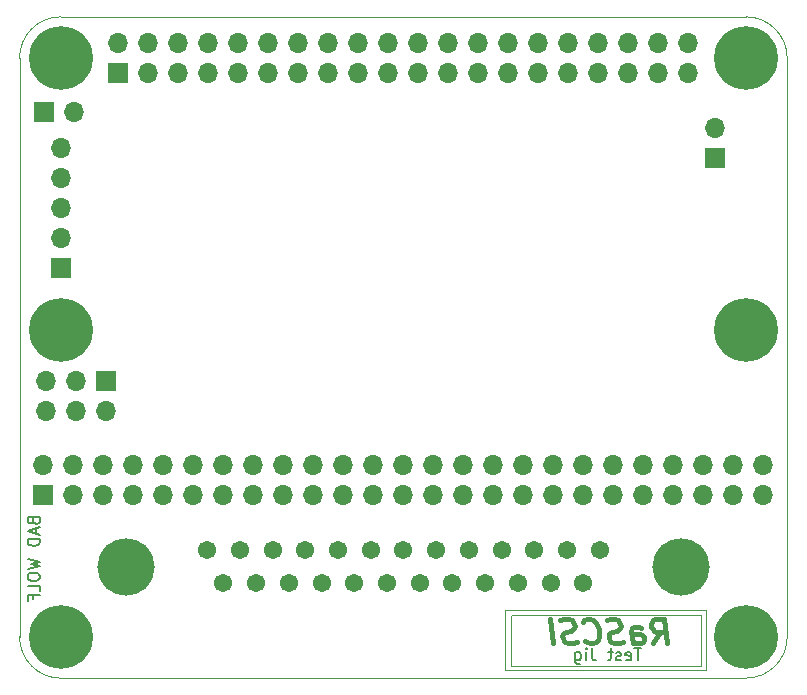
<source format=gbr>
%TF.GenerationSoftware,KiCad,Pcbnew,(5.1.9-16-g1737927814)-1*%
%TF.CreationDate,2021-07-29T14:55:12-05:00*%
%TF.ProjectId,rascsi_2p3,72617363-7369-45f3-9270-332e6b696361,rev?*%
%TF.SameCoordinates,PX59d60c0PY325aa00*%
%TF.FileFunction,Copper,L2,Bot*%
%TF.FilePolarity,Positive*%
%FSLAX46Y46*%
G04 Gerber Fmt 4.6, Leading zero omitted, Abs format (unit mm)*
G04 Created by KiCad (PCBNEW (5.1.9-16-g1737927814)-1) date 2021-07-29 14:55:12*
%MOMM*%
%LPD*%
G01*
G04 APERTURE LIST*
%TA.AperFunction,NonConductor*%
%ADD10C,0.150000*%
%TD*%
%TA.AperFunction,NonConductor*%
%ADD11C,0.400000*%
%TD*%
%TA.AperFunction,NonConductor*%
%ADD12C,0.120000*%
%TD*%
%TA.AperFunction,Profile*%
%ADD13C,0.050000*%
%TD*%
%TA.AperFunction,ComponentPad*%
%ADD14C,4.845000*%
%TD*%
%TA.AperFunction,ComponentPad*%
%ADD15C,1.545000*%
%TD*%
%TA.AperFunction,ComponentPad*%
%ADD16O,1.700000X1.700000*%
%TD*%
%TA.AperFunction,ComponentPad*%
%ADD17R,1.700000X1.700000*%
%TD*%
%TA.AperFunction,ComponentPad*%
%ADD18C,0.800000*%
%TD*%
%TA.AperFunction,ComponentPad*%
%ADD19C,5.400000*%
%TD*%
G04 APERTURE END LIST*
D10*
X132939142Y-43172380D02*
X132367714Y-43172380D01*
X132653428Y-44172380D02*
X132653428Y-43172380D01*
X131653428Y-44124761D02*
X131748666Y-44172380D01*
X131939142Y-44172380D01*
X132034380Y-44124761D01*
X132082000Y-44029523D01*
X132082000Y-43648571D01*
X132034380Y-43553333D01*
X131939142Y-43505714D01*
X131748666Y-43505714D01*
X131653428Y-43553333D01*
X131605809Y-43648571D01*
X131605809Y-43743809D01*
X132082000Y-43839047D01*
X131224857Y-44124761D02*
X131129619Y-44172380D01*
X130939142Y-44172380D01*
X130843904Y-44124761D01*
X130796285Y-44029523D01*
X130796285Y-43981904D01*
X130843904Y-43886666D01*
X130939142Y-43839047D01*
X131082000Y-43839047D01*
X131177238Y-43791428D01*
X131224857Y-43696190D01*
X131224857Y-43648571D01*
X131177238Y-43553333D01*
X131082000Y-43505714D01*
X130939142Y-43505714D01*
X130843904Y-43553333D01*
X130510571Y-43505714D02*
X130129619Y-43505714D01*
X130367714Y-43172380D02*
X130367714Y-44029523D01*
X130320095Y-44124761D01*
X130224857Y-44172380D01*
X130129619Y-44172380D01*
X128748666Y-43172380D02*
X128748666Y-43886666D01*
X128796285Y-44029523D01*
X128891523Y-44124761D01*
X129034380Y-44172380D01*
X129129619Y-44172380D01*
X128272476Y-44172380D02*
X128272476Y-43505714D01*
X128272476Y-43172380D02*
X128320095Y-43220000D01*
X128272476Y-43267619D01*
X128224857Y-43220000D01*
X128272476Y-43172380D01*
X128272476Y-43267619D01*
X127367714Y-43505714D02*
X127367714Y-44315238D01*
X127415333Y-44410476D01*
X127462952Y-44458095D01*
X127558190Y-44505714D01*
X127701047Y-44505714D01*
X127796285Y-44458095D01*
X127367714Y-44124761D02*
X127462952Y-44172380D01*
X127653428Y-44172380D01*
X127748666Y-44124761D01*
X127796285Y-44077142D01*
X127843904Y-43981904D01*
X127843904Y-43696190D01*
X127796285Y-43600952D01*
X127748666Y-43553333D01*
X127653428Y-43505714D01*
X127462952Y-43505714D01*
X127367714Y-43553333D01*
D11*
X133956761Y-42719761D02*
X134504380Y-41767380D01*
X135099619Y-42719761D02*
X134849619Y-40719761D01*
X134087714Y-40719761D01*
X133909142Y-40815000D01*
X133825809Y-40910238D01*
X133754380Y-41100714D01*
X133790095Y-41386428D01*
X133909142Y-41576904D01*
X134016285Y-41672142D01*
X134218666Y-41767380D01*
X134980571Y-41767380D01*
X132242476Y-42719761D02*
X132111523Y-41672142D01*
X132182952Y-41481666D01*
X132361523Y-41386428D01*
X132742476Y-41386428D01*
X132944857Y-41481666D01*
X132230571Y-42624523D02*
X132432952Y-42719761D01*
X132909142Y-42719761D01*
X133087714Y-42624523D01*
X133159142Y-42434047D01*
X133135333Y-42243571D01*
X133016285Y-42053095D01*
X132813904Y-41957857D01*
X132337714Y-41957857D01*
X132135333Y-41862619D01*
X131373428Y-42624523D02*
X131099619Y-42719761D01*
X130623428Y-42719761D01*
X130421047Y-42624523D01*
X130313904Y-42529285D01*
X130194857Y-42338809D01*
X130171047Y-42148333D01*
X130242476Y-41957857D01*
X130325809Y-41862619D01*
X130504380Y-41767380D01*
X130873428Y-41672142D01*
X131052000Y-41576904D01*
X131135333Y-41481666D01*
X131206761Y-41291190D01*
X131182952Y-41100714D01*
X131063904Y-40910238D01*
X130956761Y-40815000D01*
X130754380Y-40719761D01*
X130278190Y-40719761D01*
X130004380Y-40815000D01*
X128218666Y-42529285D02*
X128325809Y-42624523D01*
X128623428Y-42719761D01*
X128813904Y-42719761D01*
X129087714Y-42624523D01*
X129254380Y-42434047D01*
X129325809Y-42243571D01*
X129373428Y-41862619D01*
X129337714Y-41576904D01*
X129194857Y-41195952D01*
X129075809Y-41005476D01*
X128861523Y-40815000D01*
X128563904Y-40719761D01*
X128373428Y-40719761D01*
X128099619Y-40815000D01*
X128016285Y-40910238D01*
X127468666Y-42624523D02*
X127194857Y-42719761D01*
X126718666Y-42719761D01*
X126516285Y-42624523D01*
X126409142Y-42529285D01*
X126290095Y-42338809D01*
X126266285Y-42148333D01*
X126337714Y-41957857D01*
X126421047Y-41862619D01*
X126599619Y-41767380D01*
X126968666Y-41672142D01*
X127147238Y-41576904D01*
X127230571Y-41481666D01*
X127302000Y-41291190D01*
X127278190Y-41100714D01*
X127159142Y-40910238D01*
X127052000Y-40815000D01*
X126849619Y-40719761D01*
X126373428Y-40719761D01*
X126099619Y-40815000D01*
X125480571Y-42719761D02*
X125230571Y-40719761D01*
D12*
X121994000Y-40342000D02*
X137996000Y-40342000D01*
X121930500Y-44660000D02*
X121930500Y-40405500D01*
X137996000Y-40342000D02*
X137996000Y-44660000D01*
X137996000Y-44660000D02*
X121930500Y-44660000D01*
X121422500Y-39961000D02*
X121422500Y-45041000D01*
X138440500Y-45041000D02*
X121422500Y-45041000D01*
X138377000Y-39961000D02*
X121422500Y-39961000D01*
X138440500Y-45041000D02*
X138440500Y-39961000D01*
D10*
X81478571Y-32403333D02*
X81526190Y-32546190D01*
X81573809Y-32593809D01*
X81669047Y-32641428D01*
X81811904Y-32641428D01*
X81907142Y-32593809D01*
X81954761Y-32546190D01*
X82002380Y-32450952D01*
X82002380Y-32070000D01*
X81002380Y-32070000D01*
X81002380Y-32403333D01*
X81050000Y-32498571D01*
X81097619Y-32546190D01*
X81192857Y-32593809D01*
X81288095Y-32593809D01*
X81383333Y-32546190D01*
X81430952Y-32498571D01*
X81478571Y-32403333D01*
X81478571Y-32070000D01*
X81716666Y-33022380D02*
X81716666Y-33498571D01*
X82002380Y-32927142D02*
X81002380Y-33260476D01*
X82002380Y-33593809D01*
X82002380Y-33927142D02*
X81002380Y-33927142D01*
X81002380Y-34165238D01*
X81050000Y-34308095D01*
X81145238Y-34403333D01*
X81240476Y-34450952D01*
X81430952Y-34498571D01*
X81573809Y-34498571D01*
X81764285Y-34450952D01*
X81859523Y-34403333D01*
X81954761Y-34308095D01*
X82002380Y-34165238D01*
X82002380Y-33927142D01*
X81002380Y-35593809D02*
X82002380Y-35831904D01*
X81288095Y-36022380D01*
X82002380Y-36212857D01*
X81002380Y-36450952D01*
X81002380Y-37022380D02*
X81002380Y-37212857D01*
X81050000Y-37308095D01*
X81145238Y-37403333D01*
X81335714Y-37450952D01*
X81669047Y-37450952D01*
X81859523Y-37403333D01*
X81954761Y-37308095D01*
X82002380Y-37212857D01*
X82002380Y-37022380D01*
X81954761Y-36927142D01*
X81859523Y-36831904D01*
X81669047Y-36784285D01*
X81335714Y-36784285D01*
X81145238Y-36831904D01*
X81050000Y-36927142D01*
X81002380Y-37022380D01*
X82002380Y-38355714D02*
X82002380Y-37879523D01*
X81002380Y-37879523D01*
X81478571Y-39022380D02*
X81478571Y-38689047D01*
X82002380Y-38689047D02*
X81002380Y-38689047D01*
X81002380Y-39165238D01*
D13*
X83800000Y-45696000D02*
X141800000Y-45696000D01*
X83800000Y-45696000D02*
G75*
G02*
X80300000Y-42196000I0J3500000D01*
G01*
X145300000Y-42196000D02*
G75*
G02*
X141800000Y-45696000I-3500000J0D01*
G01*
X80300000Y6800000D02*
X80300000Y-42196000D01*
X145300000Y6800000D02*
X145300000Y-42196000D01*
X83800000Y10300000D02*
X141800000Y10300000D01*
X80300000Y6800000D02*
G75*
G02*
X83800000Y10300000I3500000J0D01*
G01*
X141800000Y10300000D02*
G75*
G02*
X145300000Y6800000I0J-3500000D01*
G01*
D14*
%TO.P,J6,MH2*%
%TO.N,N/C*%
X89281600Y-36250000D03*
%TO.P,J6,MH1*%
X136321600Y-36250000D03*
D15*
%TO.P,J6,25*%
X97566600Y-37670000D03*
%TO.P,J6,24*%
X100336600Y-37670000D03*
%TO.P,J6,23*%
X103106600Y-37670000D03*
%TO.P,J6,22*%
X105876600Y-37670000D03*
%TO.P,J6,21*%
X108646600Y-37670000D03*
%TO.P,J6,20*%
X111416600Y-37670000D03*
%TO.P,J6,19*%
X114186600Y-37670000D03*
%TO.P,J6,18*%
X116956600Y-37670000D03*
%TO.P,J6,17*%
X119726600Y-37670000D03*
%TO.P,J6,16*%
X122496600Y-37670000D03*
%TO.P,J6,15*%
X125266600Y-37670000D03*
%TO.P,J6,14*%
X128036600Y-37670000D03*
%TO.P,J6,13*%
X96181600Y-34830000D03*
%TO.P,J6,12*%
X98951600Y-34830000D03*
%TO.P,J6,11*%
X101721600Y-34830000D03*
%TO.P,J6,10*%
X104491600Y-34830000D03*
%TO.P,J6,9*%
X107261600Y-34830000D03*
%TO.P,J6,8*%
X110031600Y-34830000D03*
%TO.P,J6,7*%
X112801600Y-34830000D03*
%TO.P,J6,6*%
X115571600Y-34830000D03*
%TO.P,J6,5*%
X118341600Y-34830000D03*
%TO.P,J6,4*%
X121111600Y-34830000D03*
%TO.P,J6,3*%
X123881600Y-34830000D03*
%TO.P,J6,2*%
X126651600Y-34830000D03*
%TO.P,J6,1*%
X129421600Y-34830000D03*
%TD*%
D16*
%TO.P,J2,2*%
%TO.N,N/C*%
X139226000Y857000D03*
D17*
%TO.P,J2,1*%
X139226000Y-1683000D03*
%TD*%
D16*
%TO.P,J7,2*%
%TO.N,N/C*%
X84920000Y2280000D03*
D17*
%TO.P,J7,1*%
X82380000Y2280000D03*
%TD*%
D16*
%TO.P,J5,6*%
%TO.N,N/C*%
X82560000Y-23110000D03*
%TO.P,J5,5*%
X82560000Y-20570000D03*
%TO.P,J5,4*%
X85100000Y-23110000D03*
%TO.P,J5,3*%
X85100000Y-20570000D03*
%TO.P,J5,2*%
X87640000Y-23110000D03*
D17*
%TO.P,J5,1*%
X87640000Y-20570000D03*
%TD*%
D16*
%TO.P,J3,50*%
%TO.N,N/C*%
X143226500Y-27654500D03*
%TO.P,J3,49*%
X143226500Y-30194500D03*
%TO.P,J3,48*%
X140686500Y-27654500D03*
%TO.P,J3,47*%
X140686500Y-30194500D03*
%TO.P,J3,46*%
X138146500Y-27654500D03*
%TO.P,J3,45*%
X138146500Y-30194500D03*
%TO.P,J3,44*%
X135606500Y-27654500D03*
%TO.P,J3,43*%
X135606500Y-30194500D03*
%TO.P,J3,42*%
X133066500Y-27654500D03*
%TO.P,J3,41*%
X133066500Y-30194500D03*
%TO.P,J3,40*%
X130526500Y-27654500D03*
%TO.P,J3,39*%
X130526500Y-30194500D03*
%TO.P,J3,38*%
X127986500Y-27654500D03*
%TO.P,J3,37*%
X127986500Y-30194500D03*
%TO.P,J3,36*%
X125446500Y-27654500D03*
%TO.P,J3,35*%
X125446500Y-30194500D03*
%TO.P,J3,34*%
X122906500Y-27654500D03*
%TO.P,J3,33*%
X122906500Y-30194500D03*
%TO.P,J3,32*%
X120366500Y-27654500D03*
%TO.P,J3,31*%
X120366500Y-30194500D03*
%TO.P,J3,30*%
X117826500Y-27654500D03*
%TO.P,J3,29*%
X117826500Y-30194500D03*
%TO.P,J3,28*%
X115286500Y-27654500D03*
%TO.P,J3,27*%
X115286500Y-30194500D03*
%TO.P,J3,26*%
X112746500Y-27654500D03*
%TO.P,J3,25*%
X112746500Y-30194500D03*
%TO.P,J3,24*%
X110206500Y-27654500D03*
%TO.P,J3,23*%
X110206500Y-30194500D03*
%TO.P,J3,22*%
X107666500Y-27654500D03*
%TO.P,J3,21*%
X107666500Y-30194500D03*
%TO.P,J3,20*%
X105126500Y-27654500D03*
%TO.P,J3,19*%
X105126500Y-30194500D03*
%TO.P,J3,18*%
X102586500Y-27654500D03*
%TO.P,J3,17*%
X102586500Y-30194500D03*
%TO.P,J3,16*%
X100046500Y-27654500D03*
%TO.P,J3,15*%
X100046500Y-30194500D03*
%TO.P,J3,14*%
X97506500Y-27654500D03*
%TO.P,J3,13*%
X97506500Y-30194500D03*
%TO.P,J3,12*%
X94966500Y-27654500D03*
%TO.P,J3,11*%
X94966500Y-30194500D03*
%TO.P,J3,10*%
X92426500Y-27654500D03*
%TO.P,J3,9*%
X92426500Y-30194500D03*
%TO.P,J3,8*%
X89886500Y-27654500D03*
%TO.P,J3,7*%
X89886500Y-30194500D03*
%TO.P,J3,6*%
X87346500Y-27654500D03*
%TO.P,J3,5*%
X87346500Y-30194500D03*
%TO.P,J3,4*%
X84806500Y-27654500D03*
%TO.P,J3,3*%
X84806500Y-30194500D03*
%TO.P,J3,2*%
X82266500Y-27654500D03*
D17*
%TO.P,J3,1*%
X82266500Y-30194500D03*
%TD*%
D16*
%TO.P,J1,40*%
%TO.N,N/C*%
X136930000Y8070000D03*
%TO.P,J1,39*%
X136930000Y5530000D03*
%TO.P,J1,38*%
X134390000Y8070000D03*
%TO.P,J1,37*%
X134390000Y5530000D03*
%TO.P,J1,36*%
X131850000Y8070000D03*
%TO.P,J1,35*%
X131850000Y5530000D03*
%TO.P,J1,34*%
X129310000Y8070000D03*
%TO.P,J1,33*%
X129310000Y5530000D03*
%TO.P,J1,32*%
X126770000Y8070000D03*
%TO.P,J1,31*%
X126770000Y5530000D03*
%TO.P,J1,30*%
X124230000Y8070000D03*
%TO.P,J1,29*%
X124230000Y5530000D03*
%TO.P,J1,28*%
X121690000Y8070000D03*
%TO.P,J1,27*%
X121690000Y5530000D03*
%TO.P,J1,26*%
X119150000Y8070000D03*
%TO.P,J1,25*%
X119150000Y5530000D03*
%TO.P,J1,24*%
X116610000Y8070000D03*
%TO.P,J1,23*%
X116610000Y5530000D03*
%TO.P,J1,22*%
X114070000Y8070000D03*
%TO.P,J1,21*%
X114070000Y5530000D03*
%TO.P,J1,20*%
X111530000Y8070000D03*
%TO.P,J1,19*%
X111530000Y5530000D03*
%TO.P,J1,18*%
X108990000Y8070000D03*
%TO.P,J1,17*%
X108990000Y5530000D03*
%TO.P,J1,16*%
X106450000Y8070000D03*
%TO.P,J1,15*%
X106450000Y5530000D03*
%TO.P,J1,14*%
X103910000Y8070000D03*
%TO.P,J1,13*%
X103910000Y5530000D03*
%TO.P,J1,12*%
X101370000Y8070000D03*
%TO.P,J1,11*%
X101370000Y5530000D03*
%TO.P,J1,10*%
X98830000Y8070000D03*
%TO.P,J1,9*%
X98830000Y5530000D03*
%TO.P,J1,8*%
X96290000Y8070000D03*
%TO.P,J1,7*%
X96290000Y5530000D03*
%TO.P,J1,6*%
X93750000Y8070000D03*
%TO.P,J1,5*%
X93750000Y5530000D03*
%TO.P,J1,4*%
X91210000Y8070000D03*
%TO.P,J1,3*%
X91210000Y5530000D03*
%TO.P,J1,2*%
X88670000Y8070000D03*
D17*
%TO.P,J1,1*%
X88670000Y5530000D03*
%TD*%
D18*
%TO.P,H2,1*%
%TO.N,Net-(H2-Pad1)*%
X143231891Y8231891D03*
X141800000Y8825000D03*
X140368109Y8231891D03*
X139775000Y6800000D03*
X140368109Y5368109D03*
X141800000Y4775000D03*
X143231891Y5368109D03*
X143825000Y6800000D03*
D19*
X141800000Y6800000D03*
%TD*%
D18*
%TO.P,H1,1*%
%TO.N,Net-(H1-Pad1)*%
X85231891Y8231891D03*
X83800000Y8825000D03*
X82368109Y8231891D03*
X81775000Y6800000D03*
X82368109Y5368109D03*
X83800000Y4775000D03*
X85231891Y5368109D03*
X85825000Y6800000D03*
D19*
X83800000Y6800000D03*
%TD*%
D16*
%TO.P,J4,5*%
%TO.N,N/C*%
X83810000Y-820000D03*
%TO.P,J4,4*%
X83810000Y-3360000D03*
%TO.P,J4,3*%
X83810000Y-5900000D03*
%TO.P,J4,2*%
X83810000Y-8440000D03*
D17*
%TO.P,J4,1*%
X83810000Y-10980000D03*
%TD*%
D18*
%TO.P,H6,1*%
%TO.N,Net-(H6-Pad1)*%
X143231891Y-40768109D03*
X141800000Y-40175000D03*
X140368109Y-40768109D03*
X139775000Y-42200000D03*
X140368109Y-43631891D03*
X141800000Y-44225000D03*
X143231891Y-43631891D03*
X143825000Y-42200000D03*
D19*
X141800000Y-42200000D03*
%TD*%
D18*
%TO.P,H5,1*%
%TO.N,Net-(H5-Pad1)*%
X85231891Y-40768109D03*
X83800000Y-40175000D03*
X82368109Y-40768109D03*
X81775000Y-42200000D03*
X82368109Y-43631891D03*
X83800000Y-44225000D03*
X85231891Y-43631891D03*
X85825000Y-42200000D03*
D19*
X83800000Y-42200000D03*
%TD*%
D18*
%TO.P,H4,1*%
%TO.N,Net-(H4-Pad1)*%
X143231891Y-14768109D03*
X141800000Y-14175000D03*
X140368109Y-14768109D03*
X139775000Y-16200000D03*
X140368109Y-17631891D03*
X141800000Y-18225000D03*
X143231891Y-17631891D03*
X143825000Y-16200000D03*
D19*
X141800000Y-16200000D03*
%TD*%
D18*
%TO.P,H3,1*%
%TO.N,Net-(H3-Pad1)*%
X85231891Y-14768109D03*
X83800000Y-14175000D03*
X82368109Y-14768109D03*
X81775000Y-16200000D03*
X82368109Y-17631891D03*
X83800000Y-18225000D03*
X85231891Y-17631891D03*
X85825000Y-16200000D03*
D19*
X83800000Y-16200000D03*
%TD*%
M02*

</source>
